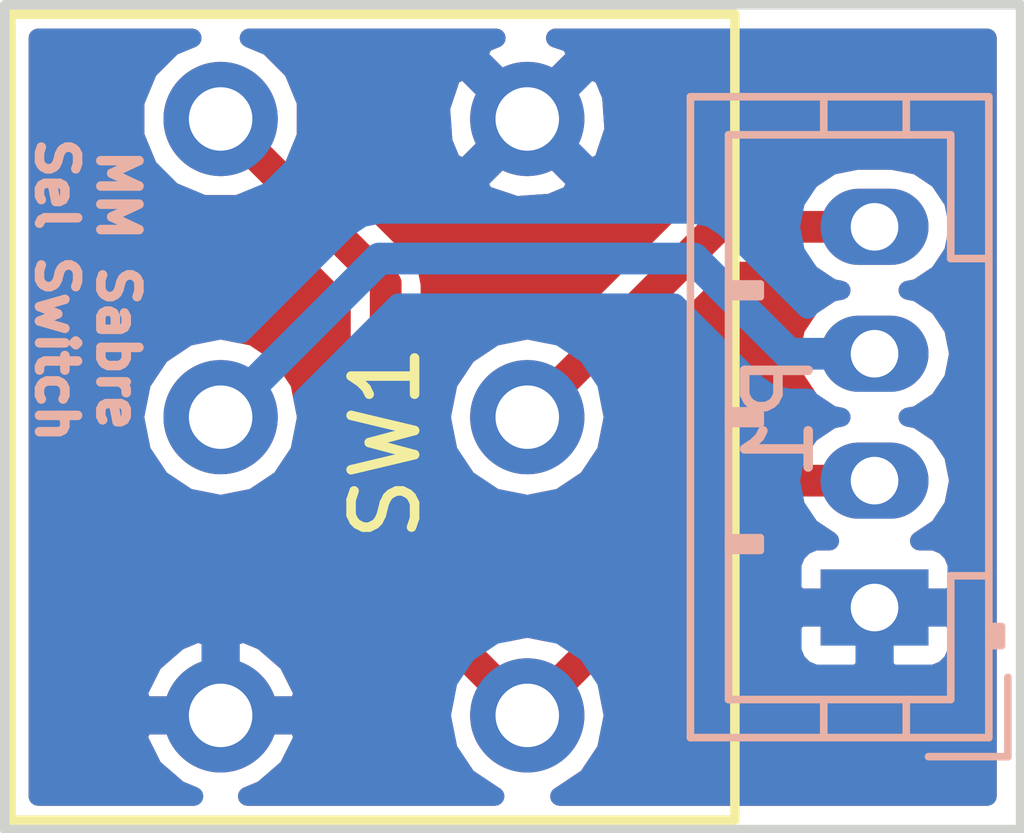
<source format=kicad_pcb>
(kicad_pcb (version 4) (host pcbnew 4.0.4-1.fc24-product)

  (general
    (links 6)
    (no_connects 0)
    (area 136.624999 82.674999 153.225001 96.325001)
    (thickness 1.6)
    (drawings 5)
    (tracks 12)
    (zones 0)
    (modules 2)
    (nets 5)
  )

  (page A4)
  (layers
    (0 F.Cu signal)
    (31 B.Cu signal)
    (32 B.Adhes user)
    (33 F.Adhes user)
    (34 B.Paste user)
    (35 F.Paste user)
    (36 B.SilkS user)
    (37 F.SilkS user)
    (38 B.Mask user)
    (39 F.Mask user)
    (40 Dwgs.User user)
    (41 Cmts.User user)
    (42 Eco1.User user)
    (43 Eco2.User user)
    (44 Edge.Cuts user)
    (45 Margin user)
    (46 B.CrtYd user)
    (47 F.CrtYd user)
    (48 B.Fab user)
    (49 F.Fab user)
  )

  (setup
    (last_trace_width 0.5)
    (trace_clearance 0.3)
    (zone_clearance 0.3)
    (zone_45_only no)
    (trace_min 0.2)
    (segment_width 0.2)
    (edge_width 0.15)
    (via_size 0.6)
    (via_drill 0.4)
    (via_min_size 0.4)
    (via_min_drill 0.3)
    (uvia_size 0.3)
    (uvia_drill 0.1)
    (uvias_allowed no)
    (uvia_min_size 0.2)
    (uvia_min_drill 0.1)
    (pcb_text_width 0.3)
    (pcb_text_size 1.5 1.5)
    (mod_edge_width 0.15)
    (mod_text_size 1 1)
    (mod_text_width 0.15)
    (pad_size 1.524 1.524)
    (pad_drill 0.762)
    (pad_to_mask_clearance 0.2)
    (aux_axis_origin 0 0)
    (visible_elements FFFFFF7F)
    (pcbplotparams
      (layerselection 0x010fc_80000001)
      (usegerberextensions true)
      (excludeedgelayer true)
      (linewidth 0.100000)
      (plotframeref false)
      (viasonmask false)
      (mode 1)
      (useauxorigin false)
      (hpglpennumber 1)
      (hpglpenspeed 20)
      (hpglpendiameter 15)
      (hpglpenoverlay 2)
      (psnegative false)
      (psa4output false)
      (plotreference true)
      (plotvalue true)
      (plotinvisibletext false)
      (padsonsilk false)
      (subtractmaskfromsilk false)
      (outputformat 1)
      (mirror false)
      (drillshape 0)
      (scaleselection 1)
      (outputdirectory ../../GERBER/MM/SW_SEL/))
  )

  (net 0 "")
  (net 1 Earth)
  (net 2 /SIG_O)
  (net 3 /JZ_I)
  (net 4 /MM_I)

  (net_class Default "This is the default net class."
    (clearance 0.3)
    (trace_width 0.5)
    (via_dia 0.6)
    (via_drill 0.4)
    (uvia_dia 0.3)
    (uvia_drill 0.1)
    (add_net /JZ_I)
    (add_net /MM_I)
    (add_net /SIG_O)
    (add_net Earth)
  )

  (module Connectors_JST:JST_PH_B4B-PH-K_04x2.00mm_Straight (layer B.Cu) (tedit 5B0749E5) (tstamp 5B0749D1)
    (at 150.7 92.5 90)
    (descr "JST PH series connector, B4B-PH-K, top entry type, through hole, Datasheet: http://www.jst-mfg.com/product/pdf/eng/ePH.pdf")
    (tags "connector jst ph")
    (path /5B065FE9)
    (fp_text reference P1 (at 3 -1.5 90) (layer B.SilkS)
      (effects (font (size 1 1) (thickness 0.15)) (justify mirror))
    )
    (fp_text value CONN_01X04 (at 3 -3.8 90) (layer B.Fab) hide
      (effects (font (size 1 1) (thickness 0.15)) (justify mirror))
    )
    (fp_line (start -2.05 1.8) (end -2.05 -2.9) (layer B.SilkS) (width 0.12))
    (fp_line (start -2.05 -2.9) (end 8.05 -2.9) (layer B.SilkS) (width 0.12))
    (fp_line (start 8.05 -2.9) (end 8.05 1.8) (layer B.SilkS) (width 0.12))
    (fp_line (start 8.05 1.8) (end -2.05 1.8) (layer B.SilkS) (width 0.12))
    (fp_line (start 0.5 1.8) (end 0.5 1.2) (layer B.SilkS) (width 0.12))
    (fp_line (start 0.5 1.2) (end -1.45 1.2) (layer B.SilkS) (width 0.12))
    (fp_line (start -1.45 1.2) (end -1.45 -2.3) (layer B.SilkS) (width 0.12))
    (fp_line (start -1.45 -2.3) (end 7.45 -2.3) (layer B.SilkS) (width 0.12))
    (fp_line (start 7.45 -2.3) (end 7.45 1.2) (layer B.SilkS) (width 0.12))
    (fp_line (start 7.45 1.2) (end 5.5 1.2) (layer B.SilkS) (width 0.12))
    (fp_line (start 5.5 1.2) (end 5.5 1.8) (layer B.SilkS) (width 0.12))
    (fp_line (start -2.05 0.5) (end -1.45 0.5) (layer B.SilkS) (width 0.12))
    (fp_line (start -2.05 -0.8) (end -1.45 -0.8) (layer B.SilkS) (width 0.12))
    (fp_line (start 8.05 0.5) (end 7.45 0.5) (layer B.SilkS) (width 0.12))
    (fp_line (start 8.05 -0.8) (end 7.45 -0.8) (layer B.SilkS) (width 0.12))
    (fp_line (start -0.3 1.8) (end -0.3 2) (layer B.SilkS) (width 0.12))
    (fp_line (start -0.3 2) (end -0.6 2) (layer B.SilkS) (width 0.12))
    (fp_line (start -0.6 2) (end -0.6 1.8) (layer B.SilkS) (width 0.12))
    (fp_line (start -0.3 1.9) (end -0.6 1.9) (layer B.SilkS) (width 0.12))
    (fp_line (start 0.9 -2.3) (end 0.9 -1.8) (layer B.SilkS) (width 0.12))
    (fp_line (start 0.9 -1.8) (end 1.1 -1.8) (layer B.SilkS) (width 0.12))
    (fp_line (start 1.1 -1.8) (end 1.1 -2.3) (layer B.SilkS) (width 0.12))
    (fp_line (start 1 -2.3) (end 1 -1.8) (layer B.SilkS) (width 0.12))
    (fp_line (start 2.9 -2.3) (end 2.9 -1.8) (layer B.SilkS) (width 0.12))
    (fp_line (start 2.9 -1.8) (end 3.1 -1.8) (layer B.SilkS) (width 0.12))
    (fp_line (start 3.1 -1.8) (end 3.1 -2.3) (layer B.SilkS) (width 0.12))
    (fp_line (start 3 -2.3) (end 3 -1.8) (layer B.SilkS) (width 0.12))
    (fp_line (start 4.9 -2.3) (end 4.9 -1.8) (layer B.SilkS) (width 0.12))
    (fp_line (start 4.9 -1.8) (end 5.1 -1.8) (layer B.SilkS) (width 0.12))
    (fp_line (start 5.1 -1.8) (end 5.1 -2.3) (layer B.SilkS) (width 0.12))
    (fp_line (start 5 -2.3) (end 5 -1.8) (layer B.SilkS) (width 0.12))
    (fp_line (start -1.1 2.1) (end -2.35 2.1) (layer B.SilkS) (width 0.12))
    (fp_line (start -2.35 2.1) (end -2.35 0.85) (layer B.SilkS) (width 0.12))
    (fp_line (start -1.1 2.1) (end -2.35 2.1) (layer B.Fab) (width 0.1))
    (fp_line (start -2.35 2.1) (end -2.35 0.85) (layer B.Fab) (width 0.1))
    (fp_line (start -1.95 1.7) (end -1.95 -2.8) (layer B.Fab) (width 0.1))
    (fp_line (start -1.95 -2.8) (end 7.95 -2.8) (layer B.Fab) (width 0.1))
    (fp_line (start 7.95 -2.8) (end 7.95 1.7) (layer B.Fab) (width 0.1))
    (fp_line (start 7.95 1.7) (end -1.95 1.7) (layer B.Fab) (width 0.1))
    (fp_line (start -2.45 2.2) (end -2.45 -3.3) (layer B.CrtYd) (width 0.05))
    (fp_line (start -2.45 -3.3) (end 8.45 -3.3) (layer B.CrtYd) (width 0.05))
    (fp_line (start 8.45 -3.3) (end 8.45 2.2) (layer B.CrtYd) (width 0.05))
    (fp_line (start 8.45 2.2) (end -2.45 2.2) (layer B.CrtYd) (width 0.05))
    (fp_text user %R (at 3 -1.5 90) (layer B.Fab) hide
      (effects (font (size 1 1) (thickness 0.15)) (justify mirror))
    )
    (pad 1 thru_hole rect (at 0 0 90) (size 1.2 1.7) (drill 0.75) (layers *.Cu *.Mask)
      (net 1 Earth))
    (pad 2 thru_hole oval (at 2 0 90) (size 1.2 1.7) (drill 0.75) (layers *.Cu *.Mask)
      (net 2 /SIG_O))
    (pad 3 thru_hole oval (at 4 0 90) (size 1.2 1.7) (drill 0.75) (layers *.Cu *.Mask)
      (net 3 /JZ_I))
    (pad 4 thru_hole oval (at 6 0 90) (size 1.2 1.7) (drill 0.75) (layers *.Cu *.Mask)
      (net 4 /MM_I))
    (model ${KISYS3DMOD}/Connectors_JST.3dshapes/JST_PH_B4B-PH-K_04x2.00mm_Straight.wrl
      (at (xyz 0 0 0))
      (scale (xyz 1 1 1))
      (rotate (xyz 0 0 0))
    )
  )

  (module LIBS:NKK_DPDT (layer F.Cu) (tedit 5B14A156) (tstamp 5B14A141)
    (at 145.2 84.8 90)
    (descr "2-way 2.54mm pitch terminal block, Phoenix MPT series")
    (path /5B065E8D)
    (fp_text reference SW1 (at -5.1 -2.2 270) (layer F.SilkS)
      (effects (font (size 1 1) (thickness 0.15)))
    )
    (fp_text value Switch_SPDT_x2 (at -4.45 4.55 90) (layer F.Fab) hide
      (effects (font (size 1 1) (thickness 0.15)))
    )
    (fp_text user %R (at -5.1 -2.2 270) (layer F.Fab)
      (effects (font (size 1 1) (thickness 0.15)))
    )
    (fp_line (start 1.8 3.45) (end -11.2 3.45) (layer F.CrtYd) (width 0.05))
    (fp_line (start 1.8 -8.25) (end 1.8 3.45) (layer F.CrtYd) (width 0.05))
    (fp_line (start -11.2 -8.25) (end 1.8 -8.25) (layer F.CrtYd) (width 0.05))
    (fp_line (start -11.2 3.45) (end -11.2 -8.25) (layer F.CrtYd) (width 0.05))
    (fp_line (start 1.65 -8.1) (end -11.05 -8.1) (layer F.SilkS) (width 0.15))
    (fp_line (start -11.05 -8.1) (end -11.05 3.3) (layer F.SilkS) (width 0.15))
    (fp_line (start -11.05 3.3) (end 1.65 3.3) (layer F.SilkS) (width 0.15))
    (fp_line (start 1.65 3.3) (end 1.65 -8.1) (layer F.SilkS) (width 0.15))
    (pad 5 thru_hole oval (at -4.7 -4.8 270) (size 1.8 1.8) (drill 1) (layers *.Cu *.Mask)
      (net 3 /JZ_I))
    (pad 4 thru_hole circle (at 0 -4.8 270) (size 1.8 1.8) (drill 1) (layers *.Cu *.Mask)
      (net 2 /SIG_O))
    (pad 6 thru_hole oval (at -9.4 -4.8 270) (size 1.8 1.8) (drill 1) (layers *.Cu *.Mask)
      (net 1 Earth))
    (pad 1 thru_hole circle (at 0 0.03 270) (size 1.8 1.8) (drill 1) (layers *.Cu *.Mask)
      (net 1 Earth))
    (pad 2 thru_hole oval (at -4.7 0.03 270) (size 1.8 1.8) (drill 1) (layers *.Cu *.Mask)
      (net 4 /MM_I))
    (pad 3 thru_hole oval (at -9.4 0.03 270) (size 1.8 1.8) (drill 1) (layers *.Cu *.Mask)
      (net 2 /SIG_O))
    (model ${KISYS3DMOD}/TerminalBlock_Phoenix.3dshapes/TerminalBlock_Phoenix_MPT-2.54mm_2pol.wrl
      (at (xyz 0.05 0 0))
      (scale (xyz 1 1 1))
      (rotate (xyz 0 0 0))
    )
  )

  (gr_text "MM Sabre\nSel Switch" (at 138.3 87.5 270) (layer B.SilkS)
    (effects (font (size 0.6 0.6) (thickness 0.15)))
  )
  (gr_line (start 153 96) (end 137 96) (layer Edge.Cuts) (width 0.15))
  (gr_line (start 153 83) (end 153 96) (layer Edge.Cuts) (width 0.15))
  (gr_line (start 137 83) (end 153 83) (layer Edge.Cuts) (width 0.15))
  (gr_line (start 137 96) (end 137 83) (layer Edge.Cuts) (width 0.15))

  (segment (start 140.4 84.8) (end 143 87.4) (width 0.5) (layer F.Cu) (net 2))
  (segment (start 144.330001 93.300001) (end 145.23 94.2) (width 0.5) (layer F.Cu) (net 2))
  (segment (start 143 87.4) (end 143 91.97) (width 0.5) (layer F.Cu) (net 2))
  (segment (start 143 91.97) (end 144.330001 93.300001) (width 0.5) (layer F.Cu) (net 2))
  (segment (start 150.7 90.5) (end 148.93 90.5) (width 0.5) (layer F.Cu) (net 2))
  (segment (start 148.93 90.5) (end 145.23 94.2) (width 0.5) (layer F.Cu) (net 2))
  (segment (start 147.85 87) (end 142.9 87) (width 0.5) (layer B.Cu) (net 3))
  (segment (start 142.9 87) (end 140.4 89.5) (width 0.5) (layer B.Cu) (net 3))
  (segment (start 150.7 88.5) (end 149.35 88.5) (width 0.5) (layer B.Cu) (net 3))
  (segment (start 149.35 88.5) (end 147.85 87) (width 0.5) (layer B.Cu) (net 3))
  (segment (start 150.7 86.5) (end 148.23 86.5) (width 0.5) (layer F.Cu) (net 4))
  (segment (start 148.23 86.5) (end 145.23 89.5) (width 0.5) (layer F.Cu) (net 4))

  (zone (net 1) (net_name Earth) (layer F.Cu) (tstamp 0) (hatch edge 0.508)
    (connect_pads (clearance 0.3))
    (min_thickness 0.3)
    (fill yes (arc_segments 16) (thermal_gap 0.3) (thermal_bridge_width 0.6))
    (polygon
      (pts
        (xy 137 96) (xy 137 83) (xy 153 83) (xy 153 96)
      )
    )
    (filled_polygon
      (pts
        (xy 139.636285 83.654858) (xy 139.256193 84.034288) (xy 139.050235 84.53029) (xy 139.049766 85.067353) (xy 139.254858 85.563715)
        (xy 139.634288 85.943807) (xy 140.13029 86.149765) (xy 140.667353 86.150234) (xy 140.733113 86.123063) (xy 142.3 87.68995)
        (xy 142.3 91.97) (xy 142.353284 92.237879) (xy 142.505025 92.464975) (xy 143.835024 93.794973) (xy 143.835026 93.794976)
        (xy 143.935348 93.895298) (xy 143.88 94.173552) (xy 143.88 94.226448) (xy 143.982763 94.743071) (xy 144.275406 95.181042)
        (xy 144.713377 95.473685) (xy 144.719988 95.475) (xy 140.822397 95.475) (xy 141.067252 95.373588) (xy 141.465573 95.028908)
        (xy 141.70167 94.558034) (xy 141.629153 94.35) (xy 140.55 94.35) (xy 140.55 94.37) (xy 140.25 94.37)
        (xy 140.25 94.35) (xy 139.170847 94.35) (xy 139.09833 94.558034) (xy 139.334427 95.028908) (xy 139.732748 95.373588)
        (xy 139.977603 95.475) (xy 137.525 95.475) (xy 137.525 93.841966) (xy 139.09833 93.841966) (xy 139.170847 94.05)
        (xy 140.25 94.05) (xy 140.25 92.971625) (xy 140.55 92.971625) (xy 140.55 94.05) (xy 141.629153 94.05)
        (xy 141.70167 93.841966) (xy 141.465573 93.371092) (xy 141.067252 93.026412) (xy 140.758032 92.898342) (xy 140.55 92.971625)
        (xy 140.25 92.971625) (xy 140.041968 92.898342) (xy 139.732748 93.026412) (xy 139.334427 93.371092) (xy 139.09833 93.841966)
        (xy 137.525 93.841966) (xy 137.525 89.473552) (xy 139.05 89.473552) (xy 139.05 89.526448) (xy 139.152763 90.043071)
        (xy 139.445406 90.481042) (xy 139.883377 90.773685) (xy 140.4 90.876448) (xy 140.916623 90.773685) (xy 141.354594 90.481042)
        (xy 141.647237 90.043071) (xy 141.75 89.526448) (xy 141.75 89.473552) (xy 141.647237 88.956929) (xy 141.354594 88.518958)
        (xy 140.916623 88.226315) (xy 140.4 88.123552) (xy 139.883377 88.226315) (xy 139.445406 88.518958) (xy 139.152763 88.956929)
        (xy 139.05 89.473552) (xy 137.525 89.473552) (xy 137.525 83.525) (xy 139.950566 83.525)
      )
    )
    (filled_polygon
      (pts
        (xy 144.547116 83.604895) (xy 144.448636 83.806504) (xy 145.23 84.587868) (xy 146.011364 83.806504) (xy 145.912884 83.604895)
        (xy 145.674016 83.525) (xy 152.475 83.525) (xy 152.475 95.475) (xy 145.740012 95.475) (xy 145.746623 95.473685)
        (xy 146.184594 95.181042) (xy 146.477237 94.743071) (xy 146.58 94.226448) (xy 146.58 94.173552) (xy 146.524652 93.895298)
        (xy 147.65745 92.7625) (xy 149.4 92.7625) (xy 149.4 93.189511) (xy 149.468509 93.354905) (xy 149.595096 93.481492)
        (xy 149.76049 93.55) (xy 150.4375 93.55) (xy 150.55 93.4375) (xy 150.55 92.65) (xy 150.85 92.65)
        (xy 150.85 93.4375) (xy 150.9625 93.55) (xy 151.63951 93.55) (xy 151.804904 93.481492) (xy 151.931491 93.354905)
        (xy 152 93.189511) (xy 152 92.7625) (xy 151.8875 92.65) (xy 150.85 92.65) (xy 150.55 92.65)
        (xy 149.5125 92.65) (xy 149.4 92.7625) (xy 147.65745 92.7625) (xy 149.21995 91.2) (xy 149.653697 91.2)
        (xy 149.682069 91.242462) (xy 149.99267 91.45) (xy 149.76049 91.45) (xy 149.595096 91.518508) (xy 149.468509 91.645095)
        (xy 149.4 91.810489) (xy 149.4 92.2375) (xy 149.5125 92.35) (xy 150.55 92.35) (xy 150.55 92.33)
        (xy 150.85 92.33) (xy 150.85 92.35) (xy 151.8875 92.35) (xy 152 92.2375) (xy 152 91.810489)
        (xy 151.931491 91.645095) (xy 151.804904 91.518508) (xy 151.63951 91.45) (xy 151.40733 91.45) (xy 151.717931 91.242462)
        (xy 151.945543 90.901818) (xy 152.025469 90.5) (xy 151.945543 90.098182) (xy 151.717931 89.757538) (xy 151.377287 89.529926)
        (xy 151.226838 89.5) (xy 151.377287 89.470074) (xy 151.717931 89.242462) (xy 151.945543 88.901818) (xy 152.025469 88.5)
        (xy 151.945543 88.098182) (xy 151.717931 87.757538) (xy 151.377287 87.529926) (xy 151.226838 87.5) (xy 151.377287 87.470074)
        (xy 151.717931 87.242462) (xy 151.945543 86.901818) (xy 152.025469 86.5) (xy 151.945543 86.098182) (xy 151.717931 85.757538)
        (xy 151.377287 85.529926) (xy 150.975469 85.45) (xy 150.424531 85.45) (xy 150.022713 85.529926) (xy 149.682069 85.757538)
        (xy 149.653697 85.8) (xy 148.230005 85.8) (xy 148.23 85.799999) (xy 147.962121 85.853284) (xy 147.735025 86.005025)
        (xy 145.552374 88.187676) (xy 145.23 88.123552) (xy 144.713377 88.226315) (xy 144.275406 88.518958) (xy 143.982763 88.956929)
        (xy 143.88 89.473552) (xy 143.88 89.526448) (xy 143.982763 90.043071) (xy 144.275406 90.481042) (xy 144.713377 90.773685)
        (xy 145.23 90.876448) (xy 145.746623 90.773685) (xy 146.184594 90.481042) (xy 146.477237 90.043071) (xy 146.58 89.526448)
        (xy 146.58 89.473552) (xy 146.524652 89.195298) (xy 148.51995 87.2) (xy 149.653697 87.2) (xy 149.682069 87.242462)
        (xy 150.022713 87.470074) (xy 150.173162 87.5) (xy 150.022713 87.529926) (xy 149.682069 87.757538) (xy 149.454457 88.098182)
        (xy 149.374531 88.5) (xy 149.454457 88.901818) (xy 149.682069 89.242462) (xy 150.022713 89.470074) (xy 150.173162 89.5)
        (xy 150.022713 89.529926) (xy 149.682069 89.757538) (xy 149.653697 89.8) (xy 148.93 89.8) (xy 148.662122 89.853284)
        (xy 148.66212 89.853285) (xy 148.662121 89.853285) (xy 148.435025 90.005025) (xy 145.552374 92.887676) (xy 145.23 92.823552)
        (xy 144.907626 92.887676) (xy 144.824976 92.805026) (xy 144.824973 92.805024) (xy 143.7 91.68005) (xy 143.7 87.4)
        (xy 143.646716 87.132122) (xy 143.494975 86.905025) (xy 142.383446 85.793496) (xy 144.448636 85.793496) (xy 144.547116 85.995105)
        (xy 145.056444 86.165462) (xy 145.592196 86.127939) (xy 145.912884 85.995105) (xy 146.011364 85.793496) (xy 145.23 85.012132)
        (xy 144.448636 85.793496) (xy 142.383446 85.793496) (xy 141.723328 85.133378) (xy 141.749765 85.06971) (xy 141.750152 84.626444)
        (xy 143.864538 84.626444) (xy 143.902061 85.162196) (xy 144.034895 85.482884) (xy 144.236504 85.581364) (xy 145.017868 84.8)
        (xy 145.442132 84.8) (xy 146.223496 85.581364) (xy 146.425105 85.482884) (xy 146.595462 84.973556) (xy 146.557939 84.437804)
        (xy 146.425105 84.117116) (xy 146.223496 84.018636) (xy 145.442132 84.8) (xy 145.017868 84.8) (xy 144.236504 84.018636)
        (xy 144.034895 84.117116) (xy 143.864538 84.626444) (xy 141.750152 84.626444) (xy 141.750234 84.532647) (xy 141.545142 84.036285)
        (xy 141.165712 83.656193) (xy 140.849764 83.525) (xy 144.739999 83.525)
      )
    )
  )
  (zone (net 1) (net_name Earth) (layer B.Cu) (tstamp 0) (hatch edge 0.508)
    (connect_pads (clearance 0.3))
    (min_thickness 0.3)
    (fill yes (arc_segments 16) (thermal_gap 0.3) (thermal_bridge_width 0.6))
    (polygon
      (pts
        (xy 137 96) (xy 137 83) (xy 153 83) (xy 153 96)
      )
    )
    (filled_polygon
      (pts
        (xy 139.636285 83.654858) (xy 139.256193 84.034288) (xy 139.050235 84.53029) (xy 139.049766 85.067353) (xy 139.254858 85.563715)
        (xy 139.634288 85.943807) (xy 140.13029 86.149765) (xy 140.667353 86.150234) (xy 141.163715 85.945142) (xy 141.315625 85.793496)
        (xy 144.448636 85.793496) (xy 144.547116 85.995105) (xy 145.056444 86.165462) (xy 145.592196 86.127939) (xy 145.912884 85.995105)
        (xy 146.011364 85.793496) (xy 145.23 85.012132) (xy 144.448636 85.793496) (xy 141.315625 85.793496) (xy 141.543807 85.565712)
        (xy 141.749765 85.06971) (xy 141.750152 84.626444) (xy 143.864538 84.626444) (xy 143.902061 85.162196) (xy 144.034895 85.482884)
        (xy 144.236504 85.581364) (xy 145.017868 84.8) (xy 145.442132 84.8) (xy 146.223496 85.581364) (xy 146.425105 85.482884)
        (xy 146.595462 84.973556) (xy 146.557939 84.437804) (xy 146.425105 84.117116) (xy 146.223496 84.018636) (xy 145.442132 84.8)
        (xy 145.017868 84.8) (xy 144.236504 84.018636) (xy 144.034895 84.117116) (xy 143.864538 84.626444) (xy 141.750152 84.626444)
        (xy 141.750234 84.532647) (xy 141.545142 84.036285) (xy 141.165712 83.656193) (xy 140.849764 83.525) (xy 144.739999 83.525)
        (xy 144.547116 83.604895) (xy 144.448636 83.806504) (xy 145.23 84.587868) (xy 146.011364 83.806504) (xy 145.912884 83.604895)
        (xy 145.674016 83.525) (xy 152.475 83.525) (xy 152.475 95.475) (xy 145.740012 95.475) (xy 145.746623 95.473685)
        (xy 146.184594 95.181042) (xy 146.477237 94.743071) (xy 146.58 94.226448) (xy 146.58 94.173552) (xy 146.477237 93.656929)
        (xy 146.184594 93.218958) (xy 145.746623 92.926315) (xy 145.23 92.823552) (xy 144.713377 92.926315) (xy 144.275406 93.218958)
        (xy 143.982763 93.656929) (xy 143.88 94.173552) (xy 143.88 94.226448) (xy 143.982763 94.743071) (xy 144.275406 95.181042)
        (xy 144.713377 95.473685) (xy 144.719988 95.475) (xy 140.822397 95.475) (xy 141.067252 95.373588) (xy 141.465573 95.028908)
        (xy 141.70167 94.558034) (xy 141.629153 94.35) (xy 140.55 94.35) (xy 140.55 94.37) (xy 140.25 94.37)
        (xy 140.25 94.35) (xy 139.170847 94.35) (xy 139.09833 94.558034) (xy 139.334427 95.028908) (xy 139.732748 95.373588)
        (xy 139.977603 95.475) (xy 137.525 95.475) (xy 137.525 93.841966) (xy 139.09833 93.841966) (xy 139.170847 94.05)
        (xy 140.25 94.05) (xy 140.25 92.971625) (xy 140.55 92.971625) (xy 140.55 94.05) (xy 141.629153 94.05)
        (xy 141.70167 93.841966) (xy 141.465573 93.371092) (xy 141.067252 93.026412) (xy 140.758032 92.898342) (xy 140.55 92.971625)
        (xy 140.25 92.971625) (xy 140.041968 92.898342) (xy 139.732748 93.026412) (xy 139.334427 93.371092) (xy 139.09833 93.841966)
        (xy 137.525 93.841966) (xy 137.525 92.7625) (xy 149.4 92.7625) (xy 149.4 93.189511) (xy 149.468509 93.354905)
        (xy 149.595096 93.481492) (xy 149.76049 93.55) (xy 150.4375 93.55) (xy 150.55 93.4375) (xy 150.55 92.65)
        (xy 150.85 92.65) (xy 150.85 93.4375) (xy 150.9625 93.55) (xy 151.63951 93.55) (xy 151.804904 93.481492)
        (xy 151.931491 93.354905) (xy 152 93.189511) (xy 152 92.7625) (xy 151.8875 92.65) (xy 150.85 92.65)
        (xy 150.55 92.65) (xy 149.5125 92.65) (xy 149.4 92.7625) (xy 137.525 92.7625) (xy 137.525 89.473552)
        (xy 139.05 89.473552) (xy 139.05 89.526448) (xy 139.152763 90.043071) (xy 139.445406 90.481042) (xy 139.883377 90.773685)
        (xy 140.4 90.876448) (xy 140.916623 90.773685) (xy 141.354594 90.481042) (xy 141.647237 90.043071) (xy 141.75 89.526448)
        (xy 141.75 89.473552) (xy 143.88 89.473552) (xy 143.88 89.526448) (xy 143.982763 90.043071) (xy 144.275406 90.481042)
        (xy 144.713377 90.773685) (xy 145.23 90.876448) (xy 145.746623 90.773685) (xy 146.184594 90.481042) (xy 146.477237 90.043071)
        (xy 146.58 89.526448) (xy 146.58 89.473552) (xy 146.477237 88.956929) (xy 146.184594 88.518958) (xy 145.746623 88.226315)
        (xy 145.23 88.123552) (xy 144.713377 88.226315) (xy 144.275406 88.518958) (xy 143.982763 88.956929) (xy 143.88 89.473552)
        (xy 141.75 89.473552) (xy 141.694652 89.195298) (xy 143.18995 87.7) (xy 147.56005 87.7) (xy 148.855025 88.994975)
        (xy 149.082122 89.146716) (xy 149.35 89.2) (xy 149.653697 89.2) (xy 149.682069 89.242462) (xy 150.022713 89.470074)
        (xy 150.173162 89.5) (xy 150.022713 89.529926) (xy 149.682069 89.757538) (xy 149.454457 90.098182) (xy 149.374531 90.5)
        (xy 149.454457 90.901818) (xy 149.682069 91.242462) (xy 149.99267 91.45) (xy 149.76049 91.45) (xy 149.595096 91.518508)
        (xy 149.468509 91.645095) (xy 149.4 91.810489) (xy 149.4 92.2375) (xy 149.5125 92.35) (xy 150.55 92.35)
        (xy 150.55 92.33) (xy 150.85 92.33) (xy 150.85 92.35) (xy 151.8875 92.35) (xy 152 92.2375)
        (xy 152 91.810489) (xy 151.931491 91.645095) (xy 151.804904 91.518508) (xy 151.63951 91.45) (xy 151.40733 91.45)
        (xy 151.717931 91.242462) (xy 151.945543 90.901818) (xy 152.025469 90.5) (xy 151.945543 90.098182) (xy 151.717931 89.757538)
        (xy 151.377287 89.529926) (xy 151.226838 89.5) (xy 151.377287 89.470074) (xy 151.717931 89.242462) (xy 151.945543 88.901818)
        (xy 152.025469 88.5) (xy 151.945543 88.098182) (xy 151.717931 87.757538) (xy 151.377287 87.529926) (xy 151.226838 87.5)
        (xy 151.377287 87.470074) (xy 151.717931 87.242462) (xy 151.945543 86.901818) (xy 152.025469 86.5) (xy 151.945543 86.098182)
        (xy 151.717931 85.757538) (xy 151.377287 85.529926) (xy 150.975469 85.45) (xy 150.424531 85.45) (xy 150.022713 85.529926)
        (xy 149.682069 85.757538) (xy 149.454457 86.098182) (xy 149.374531 86.5) (xy 149.454457 86.901818) (xy 149.682069 87.242462)
        (xy 150.022713 87.470074) (xy 150.173162 87.5) (xy 150.022713 87.529926) (xy 149.682069 87.757538) (xy 149.653697 87.8)
        (xy 149.63995 87.8) (xy 148.344975 86.505025) (xy 148.117879 86.353284) (xy 147.85 86.3) (xy 142.9 86.3)
        (xy 142.632121 86.353284) (xy 142.405025 86.505025) (xy 140.722374 88.187676) (xy 140.4 88.123552) (xy 139.883377 88.226315)
        (xy 139.445406 88.518958) (xy 139.152763 88.956929) (xy 139.05 89.473552) (xy 137.525 89.473552) (xy 137.525 83.525)
        (xy 139.950566 83.525)
      )
    )
  )
)

</source>
